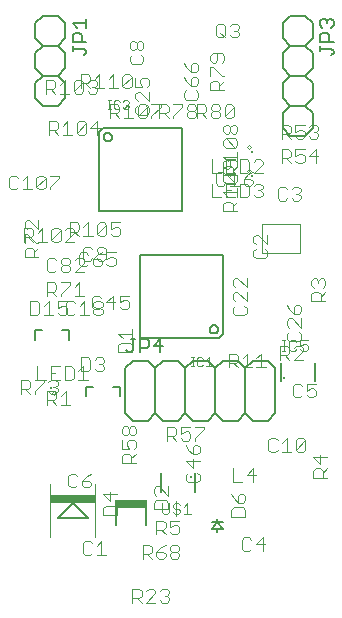
<source format=gbr>
G04 EAGLE Gerber RS-274X export*
G75*
%MOMM*%
%FSLAX34Y34*%
%LPD*%
%INSilkscreen Top*%
%IPPOS*%
%AMOC8*
5,1,8,0,0,1.08239X$1,22.5*%
G01*
%ADD10C,0.101600*%
%ADD11C,0.152400*%
%ADD12C,0.076200*%
%ADD13C,0.063400*%
%ADD14C,0.250000*%
%ADD15R,3.810000X0.635000*%
%ADD16C,0.127000*%
%ADD17C,0.200000*%
%ADD18C,0.100000*%
%ADD19C,0.203200*%
%ADD20R,2.450000X0.675000*%


D10*
X-8310Y443640D02*
X-10259Y445589D01*
X-14157Y445589D01*
X-16105Y443640D01*
X-16105Y435844D01*
X-14157Y433896D01*
X-10259Y433896D01*
X-8310Y435844D01*
X-4412Y441691D02*
X-514Y445589D01*
X-514Y433896D01*
X-4412Y433896D02*
X3384Y433896D01*
X7282Y435844D02*
X7282Y443640D01*
X9231Y445589D01*
X13129Y445589D01*
X15078Y443640D01*
X15078Y435844D01*
X13129Y433896D01*
X9231Y433896D01*
X7282Y435844D01*
X15078Y443640D01*
X18976Y445589D02*
X26772Y445589D01*
X26772Y443640D01*
X18976Y435844D01*
X18976Y433896D01*
X165105Y448764D02*
X167054Y446815D01*
X165105Y448764D02*
X161207Y448764D01*
X159258Y446815D01*
X159258Y439019D01*
X161207Y437071D01*
X165105Y437071D01*
X167054Y439019D01*
X170952Y444866D02*
X174850Y448764D01*
X174850Y437071D01*
X170952Y437071D02*
X178748Y437071D01*
X186544Y446815D02*
X190442Y448764D01*
X186544Y446815D02*
X182646Y442917D01*
X182646Y439019D01*
X184595Y437071D01*
X188493Y437071D01*
X190442Y439019D01*
X190442Y440968D01*
X188493Y442917D01*
X182646Y442917D01*
X92935Y505035D02*
X90986Y503086D01*
X90986Y499188D01*
X92935Y497239D01*
X100731Y497239D01*
X102680Y499188D01*
X102680Y503086D01*
X100731Y505035D01*
X102680Y508933D02*
X102680Y516728D01*
X102680Y508933D02*
X94884Y516728D01*
X92935Y516728D01*
X90986Y514779D01*
X90986Y510881D01*
X92935Y508933D01*
X90986Y520626D02*
X90986Y528422D01*
X90986Y520626D02*
X96833Y520626D01*
X94884Y524524D01*
X94884Y526473D01*
X96833Y528422D01*
X100731Y528422D01*
X102680Y526473D01*
X102680Y522575D01*
X100731Y520626D01*
X49061Y380502D02*
X51010Y378553D01*
X49061Y380502D02*
X45163Y380502D01*
X43214Y378553D01*
X43214Y370757D01*
X45163Y368808D01*
X49061Y368808D01*
X51010Y370757D01*
X58805Y378553D02*
X62703Y380502D01*
X58805Y378553D02*
X54908Y374655D01*
X54908Y370757D01*
X56856Y368808D01*
X60754Y368808D01*
X62703Y370757D01*
X62703Y372706D01*
X60754Y374655D01*
X54908Y374655D01*
X66601Y380502D02*
X74397Y380502D01*
X66601Y380502D02*
X66601Y374655D01*
X70499Y376604D01*
X72448Y376604D01*
X74397Y374655D01*
X74397Y370757D01*
X72448Y368808D01*
X68550Y368808D01*
X66601Y370757D01*
X132261Y515786D02*
X134210Y517735D01*
X132261Y515786D02*
X132261Y511888D01*
X134210Y509939D01*
X142006Y509939D01*
X143955Y511888D01*
X143955Y515786D01*
X142006Y517735D01*
X134210Y525530D02*
X132261Y529428D01*
X134210Y525530D02*
X138108Y521633D01*
X142006Y521633D01*
X143955Y523581D01*
X143955Y527479D01*
X142006Y529428D01*
X140057Y529428D01*
X138108Y527479D01*
X138108Y521633D01*
X134210Y537224D02*
X132261Y541122D01*
X134210Y537224D02*
X138108Y533326D01*
X142006Y533326D01*
X143955Y535275D01*
X143955Y539173D01*
X142006Y541122D01*
X140057Y541122D01*
X138108Y539173D01*
X138108Y533326D01*
X88392Y296208D02*
X76698Y296208D01*
X88392Y296208D02*
X88392Y302055D01*
X86443Y304004D01*
X78647Y304004D01*
X76698Y302055D01*
X76698Y296208D01*
X80596Y307902D02*
X76698Y311799D01*
X88392Y311799D01*
X88392Y307902D02*
X88392Y315697D01*
X-3405Y389446D02*
X-3405Y401139D01*
X2442Y401139D01*
X4391Y399190D01*
X4391Y395292D01*
X2442Y393343D01*
X-3405Y393343D01*
X493Y393343D02*
X4391Y389446D01*
X8289Y397241D02*
X12186Y401139D01*
X12186Y389446D01*
X8289Y389446D02*
X16084Y389446D01*
X19982Y391394D02*
X19982Y399190D01*
X21931Y401139D01*
X25829Y401139D01*
X27778Y399190D01*
X27778Y391394D01*
X25829Y389446D01*
X21931Y389446D01*
X19982Y391394D01*
X27778Y399190D01*
X31676Y389446D02*
X39472Y389446D01*
X39472Y397241D02*
X31676Y389446D01*
X39472Y397241D02*
X39472Y399190D01*
X37523Y401139D01*
X33625Y401139D01*
X31676Y399190D01*
X15645Y514858D02*
X15645Y526552D01*
X21492Y526552D01*
X23441Y524603D01*
X23441Y520705D01*
X21492Y518756D01*
X15645Y518756D01*
X19543Y518756D02*
X23441Y514858D01*
X27339Y522654D02*
X31236Y526552D01*
X31236Y514858D01*
X27339Y514858D02*
X35134Y514858D01*
X39032Y516807D02*
X39032Y524603D01*
X40981Y526552D01*
X44879Y526552D01*
X46828Y524603D01*
X46828Y516807D01*
X44879Y514858D01*
X40981Y514858D01*
X39032Y516807D01*
X46828Y524603D01*
X50726Y524603D02*
X52675Y526552D01*
X56573Y526552D01*
X58522Y524603D01*
X58522Y522654D01*
X56573Y520705D01*
X54624Y520705D01*
X56573Y520705D02*
X58522Y518756D01*
X58522Y516807D01*
X56573Y514858D01*
X52675Y514858D01*
X50726Y516807D01*
X17971Y491627D02*
X17971Y479933D01*
X17971Y491627D02*
X23817Y491627D01*
X25766Y489678D01*
X25766Y485780D01*
X23817Y483831D01*
X17971Y483831D01*
X21868Y483831D02*
X25766Y479933D01*
X29664Y487729D02*
X33562Y491627D01*
X33562Y479933D01*
X29664Y479933D02*
X37460Y479933D01*
X41358Y481882D02*
X41358Y489678D01*
X43307Y491627D01*
X47205Y491627D01*
X49154Y489678D01*
X49154Y481882D01*
X47205Y479933D01*
X43307Y479933D01*
X41358Y481882D01*
X49154Y489678D01*
X58899Y491627D02*
X58899Y479933D01*
X53052Y485780D02*
X58899Y491627D01*
X60848Y485780D02*
X53052Y485780D01*
X35433Y405902D02*
X35433Y394208D01*
X35433Y405902D02*
X41280Y405902D01*
X43229Y403953D01*
X43229Y400055D01*
X41280Y398106D01*
X35433Y398106D01*
X39331Y398106D02*
X43229Y394208D01*
X47127Y402004D02*
X51025Y405902D01*
X51025Y394208D01*
X47127Y394208D02*
X54923Y394208D01*
X58821Y396157D02*
X58821Y403953D01*
X60770Y405902D01*
X64668Y405902D01*
X66617Y403953D01*
X66617Y396157D01*
X64668Y394208D01*
X60770Y394208D01*
X58821Y396157D01*
X66617Y403953D01*
X70515Y405902D02*
X78311Y405902D01*
X70515Y405902D02*
X70515Y400055D01*
X74413Y402004D01*
X76362Y402004D01*
X78311Y400055D01*
X78311Y396157D01*
X76362Y394208D01*
X72464Y394208D01*
X70515Y396157D01*
X69620Y494221D02*
X69620Y505914D01*
X75467Y505914D01*
X77416Y503965D01*
X77416Y500067D01*
X75467Y498118D01*
X69620Y498118D01*
X73518Y498118D02*
X77416Y494221D01*
X81314Y502016D02*
X85211Y505914D01*
X85211Y494221D01*
X81314Y494221D02*
X89109Y494221D01*
X93007Y496169D02*
X93007Y503965D01*
X94956Y505914D01*
X98854Y505914D01*
X100803Y503965D01*
X100803Y496169D01*
X98854Y494221D01*
X94956Y494221D01*
X93007Y496169D01*
X100803Y503965D01*
X104701Y505914D02*
X112497Y505914D01*
X112497Y503965D01*
X104701Y496169D01*
X104701Y494221D01*
X165598Y445857D02*
X177292Y445857D01*
X165598Y445857D02*
X165598Y451704D01*
X167547Y453653D01*
X171445Y453653D01*
X173394Y451704D01*
X173394Y445857D01*
X173394Y449755D02*
X177292Y453653D01*
X169496Y457551D02*
X165598Y461449D01*
X177292Y461449D01*
X177292Y457551D02*
X177292Y465347D01*
X175343Y469245D02*
X167547Y469245D01*
X165598Y471194D01*
X165598Y475092D01*
X167547Y477041D01*
X175343Y477041D01*
X177292Y475092D01*
X177292Y471194D01*
X175343Y469245D01*
X167547Y477041D01*
X167547Y480939D02*
X165598Y482888D01*
X165598Y486786D01*
X167547Y488735D01*
X169496Y488735D01*
X171445Y486786D01*
X173394Y488735D01*
X175343Y488735D01*
X177292Y486786D01*
X177292Y482888D01*
X175343Y480939D01*
X173394Y480939D01*
X171445Y482888D01*
X169496Y480939D01*
X167547Y480939D01*
X171445Y482888D02*
X171445Y486786D01*
X177292Y415695D02*
X165598Y415695D01*
X165598Y421542D01*
X167547Y423491D01*
X171445Y423491D01*
X173394Y421542D01*
X173394Y415695D01*
X173394Y419593D02*
X177292Y423491D01*
X169496Y427389D02*
X165598Y431286D01*
X177292Y431286D01*
X177292Y427389D02*
X177292Y435184D01*
X175343Y439082D02*
X167547Y439082D01*
X165598Y441031D01*
X165598Y444929D01*
X167547Y446878D01*
X175343Y446878D01*
X177292Y444929D01*
X177292Y441031D01*
X175343Y439082D01*
X167547Y446878D01*
X175343Y450776D02*
X177292Y452725D01*
X177292Y456623D01*
X175343Y458572D01*
X167547Y458572D01*
X165598Y456623D01*
X165598Y452725D01*
X167547Y450776D01*
X169496Y450776D01*
X171445Y452725D01*
X171445Y458572D01*
X44958Y519621D02*
X44958Y531314D01*
X50805Y531314D01*
X52754Y529365D01*
X52754Y525467D01*
X50805Y523518D01*
X44958Y523518D01*
X48856Y523518D02*
X52754Y519621D01*
X56652Y527416D02*
X60550Y531314D01*
X60550Y519621D01*
X56652Y519621D02*
X64448Y519621D01*
X68346Y527416D02*
X72244Y531314D01*
X72244Y519621D01*
X68346Y519621D02*
X76142Y519621D01*
X80040Y521569D02*
X80040Y529365D01*
X81989Y531314D01*
X85887Y531314D01*
X87836Y529365D01*
X87836Y521569D01*
X85887Y519621D01*
X81989Y519621D01*
X80040Y521569D01*
X87836Y529365D01*
X16383Y355102D02*
X16383Y343408D01*
X16383Y355102D02*
X22230Y355102D01*
X24179Y353153D01*
X24179Y349255D01*
X22230Y347306D01*
X16383Y347306D01*
X20281Y347306D02*
X24179Y343408D01*
X28077Y355102D02*
X35873Y355102D01*
X35873Y353153D01*
X28077Y345357D01*
X28077Y343408D01*
X39771Y351204D02*
X43669Y355102D01*
X43669Y343408D01*
X39771Y343408D02*
X47567Y343408D01*
X9017Y376746D02*
X-2677Y376746D01*
X-2677Y382592D01*
X-728Y384541D01*
X3170Y384541D01*
X5119Y382592D01*
X5119Y376746D01*
X5119Y380643D02*
X9017Y384541D01*
X-2677Y388439D02*
X-2677Y396235D01*
X-728Y396235D01*
X7068Y388439D01*
X9017Y388439D01*
X9017Y400133D02*
X9017Y407929D01*
X9017Y400133D02*
X1221Y407929D01*
X-728Y407929D01*
X-2677Y405980D01*
X-2677Y402082D01*
X-728Y400133D01*
X-5999Y272552D02*
X-5999Y260858D01*
X-5999Y272552D02*
X-152Y272552D01*
X1797Y270603D01*
X1797Y266705D01*
X-152Y264756D01*
X-5999Y264756D01*
X-2101Y264756D02*
X1797Y260858D01*
X5695Y272552D02*
X13491Y272552D01*
X13491Y270603D01*
X5695Y262807D01*
X5695Y260858D01*
X17389Y270603D02*
X19338Y272552D01*
X23236Y272552D01*
X25185Y270603D01*
X25185Y268654D01*
X23236Y266705D01*
X21287Y266705D01*
X23236Y266705D02*
X25185Y264756D01*
X25185Y262807D01*
X23236Y260858D01*
X19338Y260858D01*
X17389Y262807D01*
X111476Y494221D02*
X111476Y505914D01*
X117323Y505914D01*
X119272Y503965D01*
X119272Y500067D01*
X117323Y498118D01*
X111476Y498118D01*
X115374Y498118D02*
X119272Y494221D01*
X123170Y505914D02*
X130966Y505914D01*
X130966Y503965D01*
X123170Y496169D01*
X123170Y494221D01*
X134864Y503965D02*
X136813Y505914D01*
X140711Y505914D01*
X142660Y503965D01*
X142660Y502016D01*
X140711Y500067D01*
X142660Y498118D01*
X142660Y496169D01*
X140711Y494221D01*
X136813Y494221D01*
X134864Y496169D01*
X134864Y498118D01*
X136813Y500067D01*
X134864Y502016D01*
X134864Y503965D01*
X136813Y500067D02*
X140711Y500067D01*
X154486Y517876D02*
X166180Y517876D01*
X154486Y517876D02*
X154486Y523723D01*
X156435Y525672D01*
X160333Y525672D01*
X162282Y523723D01*
X162282Y517876D01*
X162282Y521774D02*
X166180Y525672D01*
X154486Y529570D02*
X154486Y537366D01*
X156435Y537366D01*
X164231Y529570D01*
X166180Y529570D01*
X164231Y541264D02*
X166180Y543213D01*
X166180Y547111D01*
X164231Y549060D01*
X156435Y549060D01*
X154486Y547111D01*
X154486Y543213D01*
X156435Y541264D01*
X158384Y541264D01*
X160333Y543213D01*
X160333Y549060D01*
X143226Y505914D02*
X143226Y494221D01*
X143226Y505914D02*
X149073Y505914D01*
X151022Y503965D01*
X151022Y500067D01*
X149073Y498118D01*
X143226Y498118D01*
X147124Y498118D02*
X151022Y494221D01*
X154920Y503965D02*
X156869Y505914D01*
X160767Y505914D01*
X162716Y503965D01*
X162716Y502016D01*
X160767Y500067D01*
X162716Y498118D01*
X162716Y496169D01*
X160767Y494221D01*
X156869Y494221D01*
X154920Y496169D01*
X154920Y498118D01*
X156869Y500067D01*
X154920Y502016D01*
X154920Y503965D01*
X156869Y500067D02*
X160767Y500067D01*
X166614Y496169D02*
X166614Y503965D01*
X168563Y505914D01*
X172461Y505914D01*
X174410Y503965D01*
X174410Y496169D01*
X172461Y494221D01*
X168563Y494221D01*
X166614Y496169D01*
X174410Y503965D01*
D11*
X130300Y485900D02*
X130300Y415800D01*
X60200Y415800D01*
X60200Y482350D01*
X63750Y485900D02*
X130300Y485900D01*
X63750Y485900D02*
X60200Y482350D01*
X64226Y478282D02*
X64228Y478401D01*
X64234Y478521D01*
X64244Y478640D01*
X64258Y478758D01*
X64276Y478876D01*
X64297Y478994D01*
X64323Y479110D01*
X64352Y479226D01*
X64386Y479341D01*
X64423Y479454D01*
X64464Y479566D01*
X64508Y479677D01*
X64556Y479787D01*
X64608Y479894D01*
X64663Y480000D01*
X64722Y480104D01*
X64785Y480206D01*
X64850Y480305D01*
X64919Y480403D01*
X64991Y480498D01*
X65066Y480591D01*
X65145Y480681D01*
X65226Y480769D01*
X65310Y480853D01*
X65397Y480935D01*
X65486Y481014D01*
X65578Y481090D01*
X65673Y481163D01*
X65770Y481233D01*
X65869Y481299D01*
X65971Y481362D01*
X66074Y481422D01*
X66179Y481478D01*
X66286Y481531D01*
X66395Y481580D01*
X66506Y481626D01*
X66618Y481667D01*
X66731Y481705D01*
X66845Y481740D01*
X66961Y481770D01*
X67077Y481797D01*
X67194Y481819D01*
X67312Y481838D01*
X67431Y481853D01*
X67550Y481864D01*
X67669Y481871D01*
X67788Y481874D01*
X67908Y481873D01*
X68027Y481868D01*
X68146Y481859D01*
X68265Y481846D01*
X68383Y481829D01*
X68500Y481809D01*
X68617Y481784D01*
X68733Y481755D01*
X68848Y481723D01*
X68962Y481687D01*
X69075Y481647D01*
X69186Y481603D01*
X69295Y481556D01*
X69403Y481505D01*
X69510Y481451D01*
X69614Y481393D01*
X69716Y481331D01*
X69817Y481267D01*
X69915Y481198D01*
X70011Y481127D01*
X70104Y481053D01*
X70195Y480975D01*
X70283Y480895D01*
X70368Y480811D01*
X70451Y480725D01*
X70531Y480636D01*
X70608Y480545D01*
X70681Y480451D01*
X70752Y480354D01*
X70819Y480256D01*
X70883Y480155D01*
X70944Y480052D01*
X71001Y479947D01*
X71054Y479841D01*
X71104Y479732D01*
X71151Y479622D01*
X71193Y479511D01*
X71232Y479398D01*
X71268Y479284D01*
X71299Y479168D01*
X71326Y479052D01*
X71350Y478935D01*
X71370Y478817D01*
X71386Y478699D01*
X71398Y478580D01*
X71406Y478461D01*
X71410Y478342D01*
X71410Y478222D01*
X71406Y478103D01*
X71398Y477984D01*
X71386Y477865D01*
X71370Y477747D01*
X71350Y477629D01*
X71326Y477512D01*
X71299Y477396D01*
X71268Y477280D01*
X71232Y477166D01*
X71193Y477053D01*
X71151Y476942D01*
X71104Y476832D01*
X71054Y476723D01*
X71001Y476617D01*
X70944Y476512D01*
X70883Y476409D01*
X70819Y476308D01*
X70752Y476210D01*
X70681Y476113D01*
X70608Y476019D01*
X70531Y475928D01*
X70451Y475839D01*
X70368Y475753D01*
X70283Y475669D01*
X70195Y475589D01*
X70104Y475511D01*
X70011Y475437D01*
X69915Y475366D01*
X69817Y475297D01*
X69716Y475233D01*
X69614Y475171D01*
X69510Y475113D01*
X69403Y475059D01*
X69295Y475008D01*
X69186Y474961D01*
X69075Y474917D01*
X68962Y474877D01*
X68848Y474841D01*
X68733Y474809D01*
X68617Y474780D01*
X68500Y474755D01*
X68383Y474735D01*
X68265Y474718D01*
X68146Y474705D01*
X68027Y474696D01*
X67908Y474691D01*
X67788Y474690D01*
X67669Y474693D01*
X67550Y474700D01*
X67431Y474711D01*
X67312Y474726D01*
X67194Y474745D01*
X67077Y474767D01*
X66961Y474794D01*
X66845Y474824D01*
X66731Y474859D01*
X66618Y474897D01*
X66506Y474938D01*
X66395Y474984D01*
X66286Y475033D01*
X66179Y475086D01*
X66074Y475142D01*
X65971Y475202D01*
X65869Y475265D01*
X65770Y475331D01*
X65673Y475401D01*
X65578Y475474D01*
X65486Y475550D01*
X65397Y475629D01*
X65310Y475711D01*
X65226Y475795D01*
X65145Y475883D01*
X65066Y475973D01*
X64991Y476066D01*
X64919Y476161D01*
X64850Y476259D01*
X64785Y476358D01*
X64722Y476460D01*
X64663Y476564D01*
X64608Y476670D01*
X64556Y476777D01*
X64508Y476887D01*
X64464Y476998D01*
X64423Y477110D01*
X64386Y477223D01*
X64352Y477338D01*
X64323Y477454D01*
X64297Y477570D01*
X64276Y477688D01*
X64258Y477806D01*
X64244Y477924D01*
X64234Y478043D01*
X64228Y478163D01*
X64226Y478282D01*
D12*
X67945Y502031D02*
X70402Y502031D01*
X69174Y502031D02*
X69174Y509403D01*
X70402Y509403D02*
X67945Y509403D01*
X76621Y509403D02*
X77849Y508175D01*
X76621Y509403D02*
X74163Y509403D01*
X72934Y508175D01*
X72934Y503260D01*
X74163Y502031D01*
X76621Y502031D01*
X77849Y503260D01*
X80419Y508175D02*
X81647Y509403D01*
X84105Y509403D01*
X85333Y508175D01*
X85333Y506946D01*
X84105Y505717D01*
X82876Y505717D01*
X84105Y505717D02*
X85333Y504488D01*
X85333Y503260D01*
X84105Y502031D01*
X81647Y502031D01*
X80419Y503260D01*
D10*
X192947Y383379D02*
X190998Y381430D01*
X190998Y377532D01*
X192947Y375583D01*
X200743Y375583D01*
X202692Y377532D01*
X202692Y381430D01*
X200743Y383379D01*
X202692Y387277D02*
X202692Y395072D01*
X202692Y387277D02*
X194896Y395072D01*
X192947Y395072D01*
X190998Y393123D01*
X190998Y389225D01*
X192947Y387277D01*
X219441Y434115D02*
X217492Y436064D01*
X213594Y436064D01*
X211646Y434115D01*
X211646Y426319D01*
X213594Y424371D01*
X217492Y424371D01*
X219441Y426319D01*
X223339Y434115D02*
X225288Y436064D01*
X229186Y436064D01*
X231135Y434115D01*
X231135Y432166D01*
X229186Y430217D01*
X227237Y430217D01*
X229186Y430217D02*
X231135Y428268D01*
X231135Y426319D01*
X229186Y424371D01*
X225288Y424371D01*
X223339Y426319D01*
X221522Y312947D02*
X219573Y310998D01*
X219573Y307100D01*
X221522Y305151D01*
X229318Y305151D01*
X231267Y307100D01*
X231267Y310998D01*
X229318Y312947D01*
X231267Y316845D02*
X231267Y324641D01*
X231267Y316845D02*
X223471Y324641D01*
X221522Y324641D01*
X219573Y322692D01*
X219573Y318794D01*
X221522Y316845D01*
X221522Y332437D02*
X219573Y336335D01*
X221522Y332437D02*
X225420Y328539D01*
X229318Y328539D01*
X231267Y330488D01*
X231267Y334386D01*
X229318Y336335D01*
X227369Y336335D01*
X225420Y334386D01*
X225420Y328539D01*
X170214Y294777D02*
X170214Y283083D01*
X170214Y294777D02*
X176061Y294777D01*
X178010Y292828D01*
X178010Y288930D01*
X176061Y286981D01*
X170214Y286981D01*
X174112Y286981D02*
X178010Y283083D01*
X181908Y290879D02*
X185805Y294777D01*
X185805Y283083D01*
X181908Y283083D02*
X189703Y283083D01*
X193601Y290879D02*
X197499Y294777D01*
X197499Y283083D01*
X193601Y283083D02*
X201397Y283083D01*
X24179Y373790D02*
X22230Y375739D01*
X18332Y375739D01*
X16383Y373790D01*
X16383Y365994D01*
X18332Y364046D01*
X22230Y364046D01*
X24179Y365994D01*
X28077Y373790D02*
X30026Y375739D01*
X33924Y375739D01*
X35873Y373790D01*
X35873Y371841D01*
X33924Y369892D01*
X35873Y367943D01*
X35873Y365994D01*
X33924Y364046D01*
X30026Y364046D01*
X28077Y365994D01*
X28077Y367943D01*
X30026Y369892D01*
X28077Y371841D01*
X28077Y373790D01*
X30026Y369892D02*
X33924Y369892D01*
X39771Y364046D02*
X47567Y364046D01*
X47567Y371841D02*
X39771Y364046D01*
X47567Y371841D02*
X47567Y373790D01*
X45618Y375739D01*
X41720Y375739D01*
X39771Y373790D01*
X60330Y343989D02*
X62279Y342040D01*
X60330Y343989D02*
X56432Y343989D01*
X54483Y342040D01*
X54483Y334244D01*
X56432Y332296D01*
X60330Y332296D01*
X62279Y334244D01*
X72024Y332296D02*
X72024Y343989D01*
X66177Y338142D01*
X73973Y338142D01*
X77871Y343989D02*
X85667Y343989D01*
X77871Y343989D02*
X77871Y338142D01*
X81769Y340091D01*
X83718Y340091D01*
X85667Y338142D01*
X85667Y334244D01*
X83718Y332296D01*
X79820Y332296D01*
X77871Y334244D01*
D11*
X6414Y314579D02*
X6414Y306451D01*
X6414Y314579D02*
X12002Y314579D01*
X34862Y314579D02*
X34862Y306451D01*
X34862Y314579D02*
X29274Y314579D01*
D10*
X2096Y327533D02*
X2096Y339227D01*
X2096Y327533D02*
X7942Y327533D01*
X9891Y329482D01*
X9891Y337278D01*
X7942Y339227D01*
X2096Y339227D01*
X13789Y335329D02*
X17687Y339227D01*
X17687Y327533D01*
X13789Y327533D02*
X21585Y327533D01*
X25483Y339227D02*
X33279Y339227D01*
X25483Y339227D02*
X25483Y333380D01*
X29381Y335329D01*
X31330Y335329D01*
X33279Y333380D01*
X33279Y329482D01*
X31330Y327533D01*
X27432Y327533D01*
X25483Y329482D01*
X214821Y476758D02*
X214821Y488452D01*
X220667Y488452D01*
X222616Y486503D01*
X222616Y482605D01*
X220667Y480656D01*
X214821Y480656D01*
X218718Y480656D02*
X222616Y476758D01*
X226514Y488452D02*
X234310Y488452D01*
X226514Y488452D02*
X226514Y482605D01*
X230412Y484554D01*
X232361Y484554D01*
X234310Y482605D01*
X234310Y478707D01*
X232361Y476758D01*
X228463Y476758D01*
X226514Y478707D01*
X238208Y486503D02*
X240157Y488452D01*
X244055Y488452D01*
X246004Y486503D01*
X246004Y484554D01*
X244055Y482605D01*
X242106Y482605D01*
X244055Y482605D02*
X246004Y480656D01*
X246004Y478707D01*
X244055Y476758D01*
X240157Y476758D01*
X238208Y478707D01*
D13*
X189075Y470150D02*
X187325Y468400D01*
X185825Y469900D01*
X187575Y471650D01*
X189075Y470150D01*
D14*
X190075Y465900D03*
D10*
X156057Y459402D02*
X156057Y447708D01*
X163853Y447708D01*
X167751Y459402D02*
X175547Y459402D01*
X167751Y459402D02*
X167751Y447708D01*
X175547Y447708D01*
X171649Y453555D02*
X167751Y453555D01*
X179445Y459402D02*
X179445Y447708D01*
X185292Y447708D01*
X187241Y449657D01*
X187241Y457453D01*
X185292Y459402D01*
X179445Y459402D01*
X191139Y447708D02*
X198935Y447708D01*
X191139Y447708D02*
X198935Y455504D01*
X198935Y457453D01*
X196986Y459402D01*
X193088Y459402D01*
X191139Y457453D01*
X214821Y456121D02*
X214821Y467814D01*
X220667Y467814D01*
X222616Y465865D01*
X222616Y461967D01*
X220667Y460018D01*
X214821Y460018D01*
X218718Y460018D02*
X222616Y456121D01*
X226514Y467814D02*
X234310Y467814D01*
X226514Y467814D02*
X226514Y461967D01*
X230412Y463916D01*
X232361Y463916D01*
X234310Y461967D01*
X234310Y458069D01*
X232361Y456121D01*
X228463Y456121D01*
X226514Y458069D01*
X244055Y456121D02*
X244055Y467814D01*
X238208Y461967D01*
X246004Y461967D01*
D13*
X189075Y449513D02*
X187325Y447763D01*
X185825Y449263D01*
X187575Y451013D01*
X189075Y449513D01*
D14*
X190075Y445263D03*
D10*
X156057Y438764D02*
X156057Y427071D01*
X163853Y427071D01*
X167751Y438764D02*
X175547Y438764D01*
X167751Y438764D02*
X167751Y427071D01*
X175547Y427071D01*
X171649Y432917D02*
X167751Y432917D01*
X179445Y427071D02*
X179445Y438764D01*
X179445Y427071D02*
X185292Y427071D01*
X187241Y429019D01*
X187241Y436815D01*
X185292Y438764D01*
X179445Y438764D01*
X191139Y436815D02*
X193088Y438764D01*
X196986Y438764D01*
X198935Y436815D01*
X198935Y434866D01*
X196986Y432917D01*
X195037Y432917D01*
X196986Y432917D02*
X198935Y430968D01*
X198935Y429019D01*
X196986Y427071D01*
X193088Y427071D01*
X191139Y429019D01*
X97189Y132852D02*
X97189Y121158D01*
X97189Y132852D02*
X103036Y132852D01*
X104985Y130903D01*
X104985Y127005D01*
X103036Y125056D01*
X97189Y125056D01*
X101087Y125056D02*
X104985Y121158D01*
X112780Y130903D02*
X116678Y132852D01*
X112780Y130903D02*
X108883Y127005D01*
X108883Y123107D01*
X110831Y121158D01*
X114729Y121158D01*
X116678Y123107D01*
X116678Y125056D01*
X114729Y127005D01*
X108883Y127005D01*
X120576Y130903D02*
X122525Y132852D01*
X126423Y132852D01*
X128372Y130903D01*
X128372Y128954D01*
X126423Y127005D01*
X128372Y125056D01*
X128372Y123107D01*
X126423Y121158D01*
X122525Y121158D01*
X120576Y123107D01*
X120576Y125056D01*
X122525Y127005D01*
X120576Y128954D01*
X120576Y130903D01*
X122525Y127005D02*
X126423Y127005D01*
X39897Y337278D02*
X37948Y339227D01*
X34050Y339227D01*
X32101Y337278D01*
X32101Y329482D01*
X34050Y327533D01*
X37948Y327533D01*
X39897Y329482D01*
X43795Y335329D02*
X47693Y339227D01*
X47693Y327533D01*
X43795Y327533D02*
X51591Y327533D01*
X55489Y337278D02*
X57438Y339227D01*
X61336Y339227D01*
X63285Y337278D01*
X63285Y335329D01*
X61336Y333380D01*
X63285Y331431D01*
X63285Y329482D01*
X61336Y327533D01*
X57438Y327533D01*
X55489Y329482D01*
X55489Y331431D01*
X57438Y333380D01*
X55489Y335329D01*
X55489Y337278D01*
X57438Y333380D02*
X61336Y333380D01*
X173536Y333380D02*
X175485Y335329D01*
X173536Y333380D02*
X173536Y329482D01*
X175485Y327533D01*
X183281Y327533D01*
X185230Y329482D01*
X185230Y333380D01*
X183281Y335329D01*
X185230Y339227D02*
X185230Y347023D01*
X185230Y339227D02*
X177434Y347023D01*
X175485Y347023D01*
X173536Y345074D01*
X173536Y341176D01*
X175485Y339227D01*
X185230Y350921D02*
X185230Y358717D01*
X185230Y350921D02*
X177434Y358717D01*
X175485Y358717D01*
X173536Y356768D01*
X173536Y352870D01*
X175485Y350921D01*
X52392Y136027D02*
X54341Y134078D01*
X52392Y136027D02*
X48494Y136027D01*
X46546Y134078D01*
X46546Y126282D01*
X48494Y124333D01*
X52392Y124333D01*
X54341Y126282D01*
X58239Y132129D02*
X62137Y136027D01*
X62137Y124333D01*
X58239Y124333D02*
X66035Y124333D01*
X18900Y139525D02*
X18900Y184325D01*
X57300Y184325D02*
X57300Y139525D01*
D15*
X38100Y171450D03*
D16*
X38100Y168275D02*
X25400Y155575D01*
X50800Y155575D01*
X38100Y168275D01*
D10*
X63998Y158095D02*
X75692Y158095D01*
X75692Y163942D01*
X73743Y165891D01*
X65947Y165891D01*
X63998Y163942D01*
X63998Y158095D01*
X63998Y175636D02*
X75692Y175636D01*
X69845Y169789D02*
X63998Y175636D01*
X69845Y177585D02*
X69845Y169789D01*
X16383Y251333D02*
X16383Y263027D01*
X22230Y263027D01*
X24179Y261078D01*
X24179Y257180D01*
X22230Y255231D01*
X16383Y255231D01*
X20281Y255231D02*
X24179Y251333D01*
X28077Y259129D02*
X31975Y263027D01*
X31975Y251333D01*
X28077Y251333D02*
X35873Y251333D01*
D13*
X22225Y263438D02*
X20475Y261688D01*
X22225Y263438D02*
X23725Y261938D01*
X21975Y260188D01*
X20475Y261688D01*
D14*
X19475Y265938D03*
D10*
X7733Y272446D02*
X7733Y284139D01*
X7733Y272446D02*
X15529Y272446D01*
X19427Y284139D02*
X27223Y284139D01*
X19427Y284139D02*
X19427Y272446D01*
X27223Y272446D01*
X23325Y278292D02*
X19427Y278292D01*
X31121Y272446D02*
X31121Y284139D01*
X31121Y272446D02*
X36968Y272446D01*
X38917Y274394D01*
X38917Y282190D01*
X36968Y284139D01*
X31121Y284139D01*
X42815Y280241D02*
X46713Y284139D01*
X46713Y272446D01*
X42815Y272446D02*
X50611Y272446D01*
X88614Y95627D02*
X88614Y83933D01*
X88614Y95627D02*
X94461Y95627D01*
X96410Y93678D01*
X96410Y89780D01*
X94461Y87831D01*
X88614Y87831D01*
X92512Y87831D02*
X96410Y83933D01*
X100308Y83933D02*
X108103Y83933D01*
X100308Y83933D02*
X108103Y91729D01*
X108103Y93678D01*
X106154Y95627D01*
X102256Y95627D01*
X100308Y93678D01*
X112001Y93678D02*
X113950Y95627D01*
X117848Y95627D01*
X119797Y93678D01*
X119797Y91729D01*
X117848Y89780D01*
X115899Y89780D01*
X117848Y89780D02*
X119797Y87831D01*
X119797Y85882D01*
X117848Y83933D01*
X113950Y83933D01*
X112001Y85882D01*
X133848Y192092D02*
X135797Y194041D01*
X133848Y192092D02*
X133848Y188194D01*
X135797Y186246D01*
X143593Y186246D01*
X145542Y188194D01*
X145542Y192092D01*
X143593Y194041D01*
X145542Y203786D02*
X133848Y203786D01*
X139695Y197939D01*
X139695Y205735D01*
X135797Y213531D02*
X133848Y217429D01*
X135797Y213531D02*
X139695Y209633D01*
X143593Y209633D01*
X145542Y211582D01*
X145542Y215480D01*
X143593Y217429D01*
X141644Y217429D01*
X139695Y215480D01*
X139695Y209633D01*
X117983Y221171D02*
X117983Y232864D01*
X123830Y232864D01*
X125779Y230915D01*
X125779Y227017D01*
X123830Y225068D01*
X117983Y225068D01*
X121881Y225068D02*
X125779Y221171D01*
X129677Y232864D02*
X137473Y232864D01*
X129677Y232864D02*
X129677Y227017D01*
X133575Y228966D01*
X135524Y228966D01*
X137473Y227017D01*
X137473Y223119D01*
X135524Y221171D01*
X131626Y221171D01*
X129677Y223119D01*
X141371Y232864D02*
X149167Y232864D01*
X149167Y230915D01*
X141371Y223119D01*
X141371Y221171D01*
X91567Y202121D02*
X79873Y202121D01*
X79873Y207967D01*
X81822Y209916D01*
X85720Y209916D01*
X87669Y207967D01*
X87669Y202121D01*
X87669Y206018D02*
X91567Y209916D01*
X79873Y213814D02*
X79873Y221610D01*
X79873Y213814D02*
X85720Y213814D01*
X83771Y217712D01*
X83771Y219661D01*
X85720Y221610D01*
X89618Y221610D01*
X91567Y219661D01*
X91567Y215763D01*
X89618Y213814D01*
X81822Y225508D02*
X79873Y227457D01*
X79873Y231355D01*
X81822Y233304D01*
X83771Y233304D01*
X85720Y231355D01*
X87669Y233304D01*
X89618Y233304D01*
X91567Y231355D01*
X91567Y227457D01*
X89618Y225508D01*
X87669Y225508D01*
X85720Y227457D01*
X83771Y225508D01*
X81822Y225508D01*
X85720Y227457D02*
X85720Y231355D01*
X86223Y546105D02*
X88172Y548054D01*
X86223Y546105D02*
X86223Y542207D01*
X88172Y540258D01*
X95968Y540258D01*
X97917Y542207D01*
X97917Y546105D01*
X95968Y548054D01*
X88172Y551952D02*
X86223Y553901D01*
X86223Y557799D01*
X88172Y559748D01*
X90121Y559748D01*
X92070Y557799D01*
X94019Y559748D01*
X95968Y559748D01*
X97917Y557799D01*
X97917Y553901D01*
X95968Y551952D01*
X94019Y551952D01*
X92070Y553901D01*
X90121Y551952D01*
X88172Y551952D01*
X92070Y553901D02*
X92070Y557799D01*
D11*
X95125Y377950D02*
X95125Y307850D01*
X95125Y377950D02*
X165225Y377950D01*
X165225Y311400D01*
X161675Y307850D02*
X95125Y307850D01*
X161675Y307850D02*
X165225Y311400D01*
X154015Y315468D02*
X154017Y315587D01*
X154023Y315707D01*
X154033Y315826D01*
X154047Y315944D01*
X154065Y316062D01*
X154086Y316180D01*
X154112Y316296D01*
X154141Y316412D01*
X154175Y316527D01*
X154212Y316640D01*
X154253Y316752D01*
X154297Y316863D01*
X154345Y316973D01*
X154397Y317080D01*
X154452Y317186D01*
X154511Y317290D01*
X154574Y317392D01*
X154639Y317491D01*
X154708Y317589D01*
X154780Y317684D01*
X154855Y317777D01*
X154934Y317867D01*
X155015Y317955D01*
X155099Y318039D01*
X155186Y318121D01*
X155275Y318200D01*
X155367Y318276D01*
X155462Y318349D01*
X155559Y318419D01*
X155658Y318485D01*
X155760Y318548D01*
X155863Y318608D01*
X155968Y318664D01*
X156075Y318717D01*
X156184Y318766D01*
X156295Y318812D01*
X156407Y318853D01*
X156520Y318891D01*
X156634Y318926D01*
X156750Y318956D01*
X156866Y318983D01*
X156983Y319005D01*
X157101Y319024D01*
X157220Y319039D01*
X157339Y319050D01*
X157458Y319057D01*
X157577Y319060D01*
X157697Y319059D01*
X157816Y319054D01*
X157935Y319045D01*
X158054Y319032D01*
X158172Y319015D01*
X158289Y318995D01*
X158406Y318970D01*
X158522Y318941D01*
X158637Y318909D01*
X158751Y318873D01*
X158864Y318833D01*
X158975Y318789D01*
X159084Y318742D01*
X159192Y318691D01*
X159299Y318637D01*
X159403Y318579D01*
X159505Y318517D01*
X159606Y318453D01*
X159704Y318384D01*
X159800Y318313D01*
X159893Y318239D01*
X159984Y318161D01*
X160072Y318081D01*
X160157Y317997D01*
X160240Y317911D01*
X160320Y317822D01*
X160397Y317731D01*
X160470Y317637D01*
X160541Y317540D01*
X160608Y317442D01*
X160672Y317341D01*
X160733Y317238D01*
X160790Y317133D01*
X160843Y317027D01*
X160893Y316918D01*
X160940Y316808D01*
X160982Y316697D01*
X161021Y316584D01*
X161057Y316470D01*
X161088Y316354D01*
X161115Y316238D01*
X161139Y316121D01*
X161159Y316003D01*
X161175Y315885D01*
X161187Y315766D01*
X161195Y315647D01*
X161199Y315528D01*
X161199Y315408D01*
X161195Y315289D01*
X161187Y315170D01*
X161175Y315051D01*
X161159Y314933D01*
X161139Y314815D01*
X161115Y314698D01*
X161088Y314582D01*
X161057Y314466D01*
X161021Y314352D01*
X160982Y314239D01*
X160940Y314128D01*
X160893Y314018D01*
X160843Y313909D01*
X160790Y313803D01*
X160733Y313698D01*
X160672Y313595D01*
X160608Y313494D01*
X160541Y313396D01*
X160470Y313299D01*
X160397Y313205D01*
X160320Y313114D01*
X160240Y313025D01*
X160157Y312939D01*
X160072Y312855D01*
X159984Y312775D01*
X159893Y312697D01*
X159800Y312623D01*
X159704Y312552D01*
X159606Y312483D01*
X159505Y312419D01*
X159403Y312357D01*
X159299Y312299D01*
X159192Y312245D01*
X159084Y312194D01*
X158975Y312147D01*
X158864Y312103D01*
X158751Y312063D01*
X158637Y312027D01*
X158522Y311995D01*
X158406Y311966D01*
X158289Y311941D01*
X158172Y311921D01*
X158054Y311904D01*
X157935Y311891D01*
X157816Y311882D01*
X157697Y311877D01*
X157577Y311876D01*
X157458Y311879D01*
X157339Y311886D01*
X157220Y311897D01*
X157101Y311912D01*
X156983Y311931D01*
X156866Y311953D01*
X156750Y311980D01*
X156634Y312010D01*
X156520Y312045D01*
X156407Y312083D01*
X156295Y312124D01*
X156184Y312170D01*
X156075Y312219D01*
X155968Y312272D01*
X155863Y312328D01*
X155760Y312388D01*
X155658Y312451D01*
X155559Y312517D01*
X155462Y312587D01*
X155367Y312660D01*
X155275Y312736D01*
X155186Y312815D01*
X155099Y312897D01*
X155015Y312981D01*
X154934Y313069D01*
X154855Y313159D01*
X154780Y313252D01*
X154708Y313347D01*
X154639Y313445D01*
X154574Y313544D01*
X154511Y313646D01*
X154452Y313750D01*
X154397Y313856D01*
X154345Y313963D01*
X154297Y314073D01*
X154253Y314184D01*
X154212Y314296D01*
X154175Y314409D01*
X154141Y314524D01*
X154112Y314640D01*
X154086Y314756D01*
X154065Y314874D01*
X154047Y314992D01*
X154033Y315110D01*
X154023Y315229D01*
X154017Y315349D01*
X154015Y315468D01*
D12*
X140742Y284353D02*
X138284Y284353D01*
X139513Y284353D02*
X139513Y291725D01*
X138284Y291725D02*
X140742Y291725D01*
X146960Y291725D02*
X148189Y290497D01*
X146960Y291725D02*
X144502Y291725D01*
X143274Y290497D01*
X143274Y285582D01*
X144502Y284353D01*
X146960Y284353D01*
X148189Y285582D01*
X150758Y289268D02*
X153215Y291725D01*
X153215Y284353D01*
X150758Y284353D02*
X155673Y284353D01*
D11*
X31750Y561975D02*
X31750Y574675D01*
X31750Y561975D02*
X25400Y555625D01*
X12700Y555625D01*
X6350Y561975D01*
X25400Y555625D02*
X31750Y549275D01*
X31750Y536575D01*
X25400Y530225D01*
X12700Y530225D01*
X6350Y536575D01*
X6350Y549275D01*
X12700Y555625D01*
X12700Y581025D02*
X25400Y581025D01*
X31750Y574675D01*
X12700Y581025D02*
X6350Y574675D01*
X6350Y561975D01*
X25400Y530225D02*
X31750Y523875D01*
X31750Y511175D01*
X25400Y504825D01*
X12700Y504825D01*
X6350Y511175D01*
X6350Y523875D01*
X12700Y530225D01*
D16*
X47496Y547340D02*
X49403Y549247D01*
X49403Y551153D01*
X47496Y553060D01*
X37963Y553060D01*
X37963Y551153D02*
X37963Y554967D01*
X37963Y559034D02*
X49403Y559034D01*
X37963Y559034D02*
X37963Y564754D01*
X39870Y566661D01*
X43683Y566661D01*
X45590Y564754D01*
X45590Y559034D01*
X41777Y570728D02*
X37963Y574541D01*
X49403Y574541D01*
X49403Y570728D02*
X49403Y578354D01*
D11*
X214370Y287210D02*
X214370Y271590D01*
X242820Y271590D02*
X242820Y287210D01*
D17*
X217100Y274400D03*
D10*
X218189Y296928D02*
X215138Y296928D01*
X216663Y296928D02*
X216663Y306080D01*
X215138Y306080D02*
X218189Y306080D01*
X225951Y306080D02*
X227476Y304555D01*
X225951Y306080D02*
X222900Y306080D01*
X221375Y304555D01*
X221375Y298453D01*
X222900Y296928D01*
X225951Y296928D01*
X227476Y298453D01*
X230730Y306080D02*
X236831Y306080D01*
X230730Y306080D02*
X230730Y301504D01*
X233781Y303029D01*
X235306Y303029D01*
X236831Y301504D01*
X236831Y298453D01*
X235306Y296928D01*
X232255Y296928D01*
X230730Y298453D01*
X213658Y301127D02*
X213658Y289433D01*
X213658Y301127D02*
X219505Y301127D01*
X221454Y299178D01*
X221454Y295280D01*
X219505Y293331D01*
X213658Y293331D01*
X217556Y293331D02*
X221454Y289433D01*
X225352Y289433D02*
X233147Y289433D01*
X225352Y289433D02*
X233147Y297229D01*
X233147Y299178D01*
X231198Y301127D01*
X227300Y301127D01*
X225352Y299178D01*
X240211Y339070D02*
X251905Y339070D01*
X240211Y339070D02*
X240211Y344917D01*
X242160Y346866D01*
X246058Y346866D01*
X248007Y344917D01*
X248007Y339070D01*
X248007Y342968D02*
X251905Y346866D01*
X242160Y350764D02*
X240211Y352713D01*
X240211Y356611D01*
X242160Y358560D01*
X244109Y358560D01*
X246058Y356611D01*
X246058Y354662D01*
X246058Y356611D02*
X248007Y358560D01*
X249956Y358560D01*
X251905Y356611D01*
X251905Y352713D01*
X249956Y350764D01*
X230192Y269377D02*
X232141Y267428D01*
X230192Y269377D02*
X226294Y269377D01*
X224346Y267428D01*
X224346Y259632D01*
X226294Y257683D01*
X230192Y257683D01*
X232141Y259632D01*
X236039Y269377D02*
X243835Y269377D01*
X236039Y269377D02*
X236039Y263530D01*
X239937Y265479D01*
X241886Y265479D01*
X243835Y263530D01*
X243835Y259632D01*
X241886Y257683D01*
X237988Y257683D01*
X236039Y259632D01*
X54341Y383315D02*
X52392Y385264D01*
X48494Y385264D01*
X46546Y383315D01*
X46546Y375519D01*
X48494Y373571D01*
X52392Y373571D01*
X54341Y375519D01*
X58239Y375519D02*
X60188Y373571D01*
X64086Y373571D01*
X66035Y375519D01*
X66035Y383315D01*
X64086Y385264D01*
X60188Y385264D01*
X58239Y383315D01*
X58239Y381366D01*
X60188Y379417D01*
X66035Y379417D01*
D11*
X82550Y244475D02*
X88900Y238125D01*
X101600Y238125D02*
X107950Y244475D01*
X114300Y238125D01*
X127000Y238125D02*
X133350Y244475D01*
X139700Y238125D01*
X152400Y238125D02*
X158750Y244475D01*
X165100Y238125D01*
X177800Y238125D02*
X184150Y244475D01*
X82550Y244475D02*
X82550Y282575D01*
X88900Y288925D01*
X101600Y288925D01*
X107950Y282575D01*
X114300Y288925D01*
X127000Y288925D01*
X133350Y282575D01*
X139700Y288925D01*
X152400Y288925D01*
X158750Y282575D01*
X165100Y288925D01*
X177800Y288925D01*
X184150Y282575D01*
X107950Y282575D02*
X107950Y244475D01*
X133350Y244475D02*
X133350Y282575D01*
X158750Y282575D02*
X158750Y244475D01*
X184150Y244475D02*
X184150Y282575D01*
X177800Y238125D02*
X165100Y238125D01*
X152400Y238125D02*
X139700Y238125D01*
X127000Y238125D02*
X114300Y238125D01*
X101600Y238125D02*
X88900Y238125D01*
X184150Y244475D02*
X190500Y238125D01*
X203200Y238125D02*
X209550Y244475D01*
X184150Y282575D02*
X190500Y288925D01*
X203200Y288925D01*
X209550Y282575D01*
X209550Y244475D01*
X203200Y238125D02*
X190500Y238125D01*
D16*
X85092Y295910D02*
X83185Y297817D01*
X85092Y295910D02*
X86998Y295910D01*
X88905Y297817D01*
X88905Y307350D01*
X86998Y307350D02*
X90812Y307350D01*
X94879Y307350D02*
X94879Y295910D01*
X94879Y307350D02*
X100599Y307350D01*
X102505Y305443D01*
X102505Y301630D01*
X100599Y299723D01*
X94879Y299723D01*
X112293Y295910D02*
X112293Y307350D01*
X106573Y301630D01*
X114199Y301630D01*
D11*
X49276Y266954D02*
X49276Y258826D01*
X49276Y266954D02*
X54864Y266954D01*
X77724Y266954D02*
X77724Y258826D01*
X77724Y266954D02*
X72136Y266954D01*
D10*
X44958Y279908D02*
X44958Y291602D01*
X44958Y279908D02*
X50805Y279908D01*
X52754Y281857D01*
X52754Y289653D01*
X50805Y291602D01*
X44958Y291602D01*
X56652Y289653D02*
X58601Y291602D01*
X62499Y291602D01*
X64448Y289653D01*
X64448Y287704D01*
X62499Y285755D01*
X60550Y285755D01*
X62499Y285755D02*
X64448Y283806D01*
X64448Y281857D01*
X62499Y279908D01*
X58601Y279908D01*
X56652Y281857D01*
D11*
X241300Y523875D02*
X234950Y530225D01*
X241300Y523875D02*
X241300Y511175D01*
X234950Y504825D01*
X222250Y504825D01*
X215900Y511175D01*
X215900Y523875D01*
X222250Y530225D01*
X241300Y561975D02*
X241300Y574675D01*
X241300Y561975D02*
X234950Y555625D01*
X222250Y555625D01*
X215900Y561975D01*
X234950Y555625D02*
X241300Y549275D01*
X241300Y536575D01*
X234950Y530225D01*
X222250Y530225D01*
X215900Y536575D01*
X215900Y549275D01*
X222250Y555625D01*
X222250Y581025D02*
X234950Y581025D01*
X241300Y574675D01*
X222250Y581025D02*
X215900Y574675D01*
X215900Y561975D01*
X241300Y498475D02*
X241300Y485775D01*
X234950Y479425D01*
X222250Y479425D01*
X215900Y485775D01*
X234950Y504825D02*
X241300Y498475D01*
X222250Y504825D02*
X215900Y498475D01*
X215900Y485775D01*
D16*
X257046Y547340D02*
X258953Y549247D01*
X258953Y551153D01*
X257046Y553060D01*
X247513Y553060D01*
X247513Y551153D02*
X247513Y554967D01*
X247513Y559034D02*
X258953Y559034D01*
X247513Y559034D02*
X247513Y564754D01*
X249420Y566661D01*
X253233Y566661D01*
X255140Y564754D01*
X255140Y559034D01*
X249420Y570728D02*
X247513Y572635D01*
X247513Y576448D01*
X249420Y578354D01*
X251327Y578354D01*
X253233Y576448D01*
X253233Y574541D01*
X253233Y576448D02*
X255140Y578354D01*
X257046Y578354D01*
X258953Y576448D01*
X258953Y572635D01*
X257046Y570728D01*
D10*
X253492Y189845D02*
X241798Y189845D01*
X241798Y195692D01*
X243747Y197641D01*
X247645Y197641D01*
X249594Y195692D01*
X249594Y189845D01*
X249594Y193743D02*
X253492Y197641D01*
X253492Y207386D02*
X241798Y207386D01*
X247645Y201539D01*
X247645Y209335D01*
X211504Y221390D02*
X209555Y223339D01*
X205657Y223339D01*
X203708Y221390D01*
X203708Y213594D01*
X205657Y211646D01*
X209555Y211646D01*
X211504Y213594D01*
X215402Y219441D02*
X219300Y223339D01*
X219300Y211646D01*
X215402Y211646D02*
X223198Y211646D01*
X227096Y213594D02*
X227096Y221390D01*
X229045Y223339D01*
X232943Y223339D01*
X234892Y221390D01*
X234892Y213594D01*
X232943Y211646D01*
X229045Y211646D01*
X227096Y213594D01*
X234892Y221390D01*
D11*
X141230Y193548D02*
X141230Y177928D01*
X112780Y177928D02*
X112780Y193548D01*
D17*
X138500Y190738D03*
D10*
X113412Y168217D02*
X113412Y160591D01*
X114938Y159066D01*
X117988Y159066D01*
X119514Y160591D01*
X119514Y168217D01*
X122768Y160591D02*
X124293Y159066D01*
X127344Y159066D01*
X128869Y160591D01*
X128869Y162116D01*
X127344Y163641D01*
X124293Y163641D01*
X122768Y165167D01*
X122768Y166692D01*
X124293Y168217D01*
X127344Y168217D01*
X128869Y166692D01*
X125818Y169743D02*
X125818Y157540D01*
X132123Y165167D02*
X135173Y168217D01*
X135173Y159066D01*
X132123Y159066D02*
X138224Y159066D01*
X108883Y153489D02*
X108883Y141796D01*
X108883Y153489D02*
X114730Y153489D01*
X116679Y151540D01*
X116679Y147642D01*
X114730Y145693D01*
X108883Y145693D01*
X112781Y145693D02*
X116679Y141796D01*
X120577Y153489D02*
X128372Y153489D01*
X120577Y153489D02*
X120577Y147642D01*
X124474Y149591D01*
X126423Y149591D01*
X128372Y147642D01*
X128372Y143744D01*
X126423Y141796D01*
X122525Y141796D01*
X120577Y143744D01*
D18*
X198313Y404613D02*
X230313Y404613D01*
X230313Y379613D02*
X198313Y379613D01*
X198313Y404613D01*
X230313Y404613D02*
X230313Y379613D01*
D10*
X187330Y139202D02*
X189279Y137253D01*
X187330Y139202D02*
X183432Y139202D01*
X181483Y137253D01*
X181483Y129457D01*
X183432Y127508D01*
X187330Y127508D01*
X189279Y129457D01*
X199024Y127508D02*
X199024Y139202D01*
X193177Y133355D01*
X200973Y133355D01*
X42066Y191228D02*
X40117Y193177D01*
X36219Y193177D01*
X34270Y191228D01*
X34270Y183432D01*
X36219Y181483D01*
X40117Y181483D01*
X42066Y183432D01*
X49862Y191228D02*
X53760Y193177D01*
X49862Y191228D02*
X45964Y187330D01*
X45964Y183432D01*
X47913Y181483D01*
X51811Y181483D01*
X53760Y183432D01*
X53760Y185381D01*
X51811Y187330D01*
X45964Y187330D01*
X173546Y186246D02*
X173546Y197939D01*
X173546Y186246D02*
X181341Y186246D01*
X191086Y186246D02*
X191086Y197939D01*
X185239Y192092D01*
X193035Y192092D01*
D16*
X160338Y152400D02*
X155575Y146050D01*
X160338Y146050D01*
X165101Y146050D01*
X160338Y152400D01*
X155575Y152400D01*
X160338Y152400D02*
X165101Y152400D01*
X160338Y146050D02*
X160338Y143612D01*
X160338Y152400D02*
X160338Y154838D01*
D10*
X172266Y156825D02*
X183960Y156825D01*
X183960Y162672D01*
X182011Y164621D01*
X174215Y164621D01*
X172266Y162672D01*
X172266Y156825D01*
X174215Y172417D02*
X172266Y176315D01*
X174215Y172417D02*
X178113Y168519D01*
X182011Y168519D01*
X183960Y170468D01*
X183960Y174366D01*
X182011Y176315D01*
X180062Y176315D01*
X178113Y174366D01*
X178113Y168519D01*
D19*
X100313Y170688D02*
X100313Y150088D01*
X74313Y150088D02*
X74313Y170688D01*
D20*
X87313Y167613D03*
D10*
X106861Y162858D02*
X118555Y162858D01*
X118555Y168705D01*
X116606Y170654D01*
X108810Y170654D01*
X106861Y168705D01*
X106861Y162858D01*
X118555Y174552D02*
X118555Y182347D01*
X118555Y174552D02*
X110759Y182347D01*
X108810Y182347D01*
X106861Y180398D01*
X106861Y176500D01*
X108810Y174552D01*
X159258Y564432D02*
X159258Y572228D01*
X161207Y574177D01*
X165105Y574177D01*
X167054Y572228D01*
X167054Y564432D01*
X165105Y562483D01*
X161207Y562483D01*
X159258Y564432D01*
X163156Y566381D02*
X167054Y562483D01*
X170952Y572228D02*
X172901Y574177D01*
X176799Y574177D01*
X178748Y572228D01*
X178748Y570279D01*
X176799Y568330D01*
X174850Y568330D01*
X176799Y568330D02*
X178748Y566381D01*
X178748Y564432D01*
X176799Y562483D01*
X172901Y562483D01*
X170952Y564432D01*
M02*

</source>
